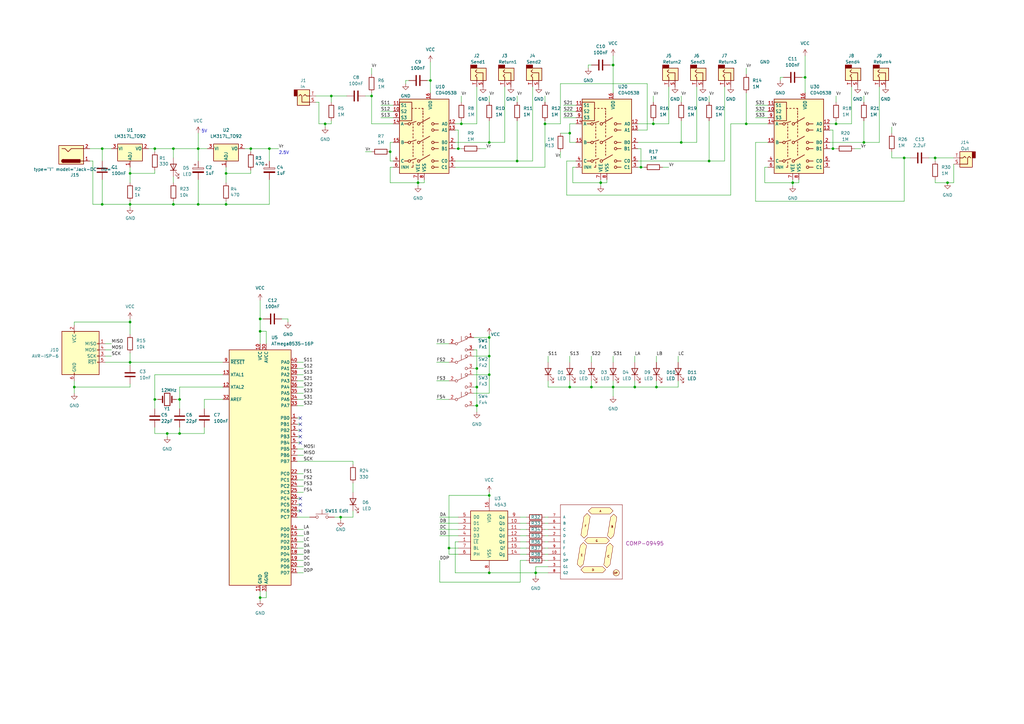
<source format=kicad_sch>
(kicad_sch (version 20211123) (generator eeschema)
  (paper "A3")
  (title_block (title "Pedal Fx Composer") (date "2022-11-01") (rev "1") (company "BDM"))
  (junction (at 71.12 60.96))
  (junction (at 139.7 212.09))
  (junction (at 325.12 74.93))
  (junction (at 233.68 54.61))
  (junction (at 223.52 50.8))
  (junction (at 63.5 163.83))
  (junction (at 73.66 177.8))
  (junction (at 135.89 39.37))
  (junction (at 92.71 83.82))
  (junction (at 53.34 132.08))
  (junction (at 342.9 50.8))
  (junction (at 53.34 71.12))
  (junction (at 184.15 224.79))
  (junction (at 63.5 60.96))
  (junction (at 189.23 50.8))
  (junction (at 92.71 71.12))
  (junction (at 269.24 158.75))
  (junction (at 195.58 166.37))
  (junction (at 260.35 158.75))
  (junction (at 242.57 158.75))
  (junction (at 200.66 146.05))
  (junction (at 200.66 138.43))
  (junction (at 306.07 50.8))
  (junction (at 388.62 74.93))
  (junction (at 110.49 60.96))
  (junction (at 73.66 163.83))
  (junction (at 267.97 50.8))
  (junction (at 330.2 31.75))
  (junction (at 251.46 26.67))
  (junction (at 106.68 135.89))
  (junction (at 176.53 33.02))
  (junction (at 341.63 60.96))
  (junction (at 41.91 60.96))
  (junction (at 195.58 151.13))
  (junction (at 106.68 245.11))
  (junction (at 68.58 177.8))
  (junction (at 354.33 58.42))
  (junction (at 187.96 60.96))
  (junction (at 81.28 60.96))
  (junction (at 41.91 83.82))
  (junction (at 71.12 83.82))
  (junction (at 200.66 153.67))
  (junction (at 106.68 130.81))
  (junction (at 370.84 64.77))
  (junction (at 251.46 158.75))
  (junction (at 152.4 39.37))
  (junction (at 200.66 58.42))
  (junction (at 219.71 234.95))
  (junction (at 383.54 64.77))
  (junction (at 30.48 158.75))
  (junction (at 246.38 74.93))
  (junction (at 200.66 203.2))
  (junction (at 212.09 66.04))
  (junction (at 53.34 148.59))
  (junction (at 171.45 74.93))
  (junction (at 102.87 60.96))
  (junction (at 233.68 158.75))
  (junction (at 279.4 58.42))
  (junction (at 195.58 158.75))
  (junction (at 290.83 66.04))
  (junction (at 133.35 50.8))
  (junction (at 53.34 83.82))
  (junction (at 81.28 83.82))
  (junction (at 160.02 62.23))
  (junction (at 200.66 234.95))
  (junction (at 262.89 68.58))
  (no_connect (at 123.19 173.99))
  (no_connect (at 123.19 181.61))
  (no_connect (at 123.19 204.47))
  (no_connect (at 123.19 176.53))
  (no_connect (at 123.19 209.55))
  (no_connect (at 123.19 207.01))
  (no_connect (at 123.19 179.07))
  (no_connect (at 123.19 171.45))
  (wire (pts (xy 109.22 140.97) (xy 109.22 135.89)))
  (wire (pts (xy 180.34 238.76) (xy 213.36 238.76)))
  (wire (pts (xy 267.97 50.8) (xy 267.97 49.53)))
  (wire (pts (xy 213.36 229.87) (xy 215.9 229.87)))
  (wire (pts (xy 179.07 156.21) (xy 184.15 156.21)))
  (wire (pts (xy 121.92 151.13) (xy 124.46 151.13)))
  (wire (pts (xy 360.68 58.42) (xy 354.33 58.42)))
  (wire (pts (xy 100.33 60.96) (xy 102.87 60.96)))
  (wire (pts (xy 121.92 156.21) (xy 124.46 156.21)))
  (wire (pts (xy 242.57 156.21) (xy 242.57 158.75)))
  (wire (pts (xy 309.88 58.42) (xy 309.88 82.55)))
  (wire (pts (xy 92.71 71.12) (xy 92.71 68.58)))
  (wire (pts (xy 313.69 68.58) (xy 313.69 74.93)))
  (wire (pts (xy 121.92 222.25) (xy 124.46 222.25)))
  (wire (pts (xy 187.96 222.25) (xy 186.69 222.25)))
  (wire (pts (xy 102.87 60.96) (xy 102.87 62.23)))
  (wire (pts (xy 200.66 201.93) (xy 200.66 203.2)))
  (wire (pts (xy 63.5 153.67) (xy 91.44 153.67)))
  (wire (pts (xy 41.91 60.96) (xy 41.91 66.04)))
  (wire (pts (xy 72.39 163.83) (xy 73.66 163.83)))
  (wire (pts (xy 184.15 224.79) (xy 184.15 203.2)))
  (wire (pts (xy 328.93 31.75) (xy 330.2 31.75)))
  (wire (pts (xy 242.57 26.67) (xy 241.3 26.67)))
  (wire (pts (xy 173.99 74.93) (xy 173.99 73.66)))
  (wire (pts (xy 53.34 71.12) (xy 53.34 74.93)))
  (wire (pts (xy 232.41 80.01) (xy 299.72 80.01)))
  (wire (pts (xy 306.07 27.94) (xy 306.07 30.48)))
  (wire (pts (xy 261.62 58.42) (xy 279.4 58.42)))
  (wire (pts (xy 53.34 158.75) (xy 30.48 158.75)))
  (wire (pts (xy 187.96 227.33) (xy 184.15 227.33)))
  (wire (pts (xy 200.66 203.2) (xy 200.66 204.47)))
  (wire (pts (xy 309.88 43.18) (xy 314.96 43.18)))
  (wire (pts (xy 68.58 177.8) (xy 73.66 177.8)))
  (wire (pts (xy 213.36 217.17) (xy 215.9 217.17)))
  (wire (pts (xy 123.19 176.53) (xy 121.92 176.53)))
  (wire (pts (xy 130.81 41.91) (xy 130.81 50.8)))
  (wire (pts (xy 186.69 53.34) (xy 187.96 53.34)))
  (wire (pts (xy 194.31 151.13) (xy 195.58 151.13)))
  (wire (pts (xy 41.91 83.82) (xy 53.34 83.82)))
  (wire (pts (xy 250.19 26.67) (xy 251.46 26.67)))
  (wire (pts (xy 233.68 156.21) (xy 233.68 158.75)))
  (wire (pts (xy 213.36 222.25) (xy 215.9 222.25)))
  (wire (pts (xy 123.19 181.61) (xy 121.92 181.61)))
  (wire (pts (xy 171.45 73.66) (xy 171.45 74.93)))
  (wire (pts (xy 213.36 214.63) (xy 215.9 214.63)))
  (wire (pts (xy 340.36 60.96) (xy 341.63 60.96)))
  (wire (pts (xy 121.92 189.23) (xy 144.78 189.23)))
  (wire (pts (xy 121.92 232.41) (xy 124.46 232.41)))
  (wire (pts (xy 233.68 146.05) (xy 233.68 148.59)))
  (wire (pts (xy 135.89 50.8) (xy 135.89 49.53)))
  (wire (pts (xy 83.82 177.8) (xy 73.66 177.8)))
  (wire (pts (xy 121.92 196.85) (xy 124.46 196.85)))
  (wire (pts (xy 342.9 39.37) (xy 342.9 41.91)))
  (wire (pts (xy 156.21 45.72) (xy 161.29 45.72)))
  (wire (pts (xy 223.52 214.63) (xy 224.79 214.63)))
  (wire (pts (xy 200.66 39.37) (xy 200.66 41.91)))
  (wire (pts (xy 233.68 54.61) (xy 233.68 58.42)))
  (wire (pts (xy 161.29 68.58) (xy 160.02 68.58)))
  (wire (pts (xy 223.52 212.09) (xy 224.79 212.09)))
  (wire (pts (xy 81.28 60.96) (xy 85.09 60.96)))
  (wire (pts (xy 176.53 33.02) (xy 176.53 38.1)))
  (wire (pts (xy 195.58 151.13) (xy 195.58 143.51)))
  (wire (pts (xy 251.46 26.67) (xy 251.46 38.1)))
  (wire (pts (xy 388.62 74.93) (xy 391.16 74.93)))
  (wire (pts (xy 349.25 50.8) (xy 342.9 50.8)))
  (wire (pts (xy 200.66 146.05) (xy 200.66 153.67)))
  (wire (pts (xy 106.68 245.11) (xy 109.22 245.11)))
  (wire (pts (xy 43.18 143.51) (xy 45.72 143.51)))
  (wire (pts (xy 200.66 138.43) (xy 200.66 146.05)))
  (wire (pts (xy 262.89 60.96) (xy 262.89 68.58)))
  (wire (pts (xy 186.69 68.58) (xy 223.52 68.58)))
  (wire (pts (xy 137.16 212.09) (xy 139.7 212.09)))
  (wire (pts (xy 73.66 158.75) (xy 73.66 163.83)))
  (wire (pts (xy 278.13 146.05) (xy 278.13 148.59)))
  (wire (pts (xy 309.88 58.42) (xy 314.96 58.42)))
  (wire (pts (xy 233.68 50.8) (xy 233.68 54.61)))
  (wire (pts (xy 314.96 50.8) (xy 306.07 50.8)))
  (wire (pts (xy 92.71 83.82) (xy 92.71 82.55)))
  (wire (pts (xy 83.82 163.83) (xy 83.82 167.64)))
  (wire (pts (xy 109.22 135.89) (xy 106.68 135.89)))
  (wire (pts (xy 123.19 204.47) (xy 121.92 204.47)))
  (wire (pts (xy 43.18 148.59) (xy 53.34 148.59)))
  (wire (pts (xy 242.57 158.75) (xy 251.46 158.75)))
  (wire (pts (xy 271.78 68.58) (xy 274.32 68.58)))
  (wire (pts (xy 223.52 224.79) (xy 224.79 224.79)))
  (wire (pts (xy 381 64.77) (xy 383.54 64.77)))
  (wire (pts (xy 279.4 49.53) (xy 279.4 58.42)))
  (wire (pts (xy 370.84 82.55) (xy 370.84 64.77)))
  (wire (pts (xy 187.96 53.34) (xy 187.96 60.96)))
  (wire (pts (xy 160.02 62.23) (xy 160.02 66.04)))
  (wire (pts (xy 106.68 242.57) (xy 106.68 245.11)))
  (wire (pts (xy 261.62 50.8) (xy 267.97 50.8)))
  (wire (pts (xy 251.46 156.21) (xy 251.46 158.75)))
  (wire (pts (xy 207.01 58.42) (xy 200.66 58.42)))
  (wire (pts (xy 290.83 49.53) (xy 290.83 66.04)))
  (wire (pts (xy 176.53 25.4) (xy 176.53 33.02)))
  (wire (pts (xy 251.46 158.75) (xy 260.35 158.75)))
  (wire (pts (xy 290.83 66.04) (xy 261.62 66.04)))
  (wire (pts (xy 184.15 227.33) (xy 184.15 224.79)))
  (wire (pts (xy 30.48 156.21) (xy 30.48 158.75)))
  (wire (pts (xy 229.87 54.61) (xy 233.68 54.61)))
  (wire (pts (xy 223.52 49.53) (xy 223.52 50.8)))
  (wire (pts (xy 207.01 35.56) (xy 207.01 58.42)))
  (wire (pts (xy 71.12 60.96) (xy 63.5 60.96)))
  (wire (pts (xy 195.58 158.75) (xy 195.58 166.37)))
  (wire (pts (xy 187.96 60.96) (xy 189.23 60.96)))
  (wire (pts (xy 166.37 33.02) (xy 166.37 34.29)))
  (wire (pts (xy 121.92 234.95) (xy 124.46 234.95)))
  (wire (pts (xy 279.4 39.37) (xy 279.4 41.91)))
  (wire (pts (xy 383.54 64.77) (xy 391.16 64.77)))
  (wire (pts (xy 81.28 83.82) (xy 92.71 83.82)))
  (wire (pts (xy 179.07 140.97) (xy 184.15 140.97)))
  (wire (pts (xy 309.88 82.55) (xy 370.84 82.55)))
  (wire (pts (xy 194.31 161.29) (xy 200.66 161.29)))
  (wire (pts (xy 285.75 58.42) (xy 285.75 35.56)))
  (wire (pts (xy 212.09 49.53) (xy 212.09 66.04)))
  (wire (pts (xy 102.87 71.12) (xy 102.87 69.85)))
  (wire (pts (xy 149.86 39.37) (xy 152.4 39.37)))
  (wire (pts (xy 383.54 64.77) (xy 383.54 66.04)))
  (wire (pts (xy 233.68 58.42) (xy 236.22 58.42)))
  (wire (pts (xy 180.34 212.09) (xy 187.96 212.09)))
  (wire (pts (xy 350.52 60.96) (xy 353.06 60.96)))
  (wire (pts (xy 274.32 35.56) (xy 274.32 50.8)))
  (wire (pts (xy 274.32 50.8) (xy 267.97 50.8)))
  (wire (pts (xy 195.58 166.37) (xy 195.58 168.91)))
  (wire (pts (xy 63.5 60.96) (xy 63.5 62.23)))
  (wire (pts (xy 179.07 148.59) (xy 184.15 148.59)))
  (wire (pts (xy 269.24 146.05) (xy 269.24 148.59)))
  (wire (pts (xy 236.22 68.58) (xy 234.95 68.58)))
  (wire (pts (xy 212.09 66.04) (xy 218.44 66.04)))
  (wire (pts (xy 186.69 66.04) (xy 212.09 66.04)))
  (wire (pts (xy 135.89 39.37) (xy 142.24 39.37)))
  (wire (pts (xy 133.35 50.8) (xy 135.89 50.8)))
  (wire (pts (xy 53.34 144.78) (xy 53.34 148.59)))
  (wire (pts (xy 200.66 153.67) (xy 200.66 161.29)))
  (wire (pts (xy 219.71 232.41) (xy 219.71 234.95)))
  (wire (pts (xy 106.68 135.89) (xy 106.68 140.97)))
  (wire (pts (xy 194.31 146.05) (xy 200.66 146.05)))
  (wire (pts (xy 123.19 207.01) (xy 121.92 207.01)))
  (wire (pts (xy 110.49 60.96) (xy 102.87 60.96)))
  (wire (pts (xy 53.34 148.59) (xy 91.44 148.59)))
  (wire (pts (xy 383.54 73.66) (xy 383.54 74.93)))
  (wire (pts (xy 325.12 73.66) (xy 325.12 74.93)))
  (wire (pts (xy 121.92 163.83) (xy 124.46 163.83)))
  (wire (pts (xy 330.2 22.86) (xy 330.2 31.75)))
  (wire (pts (xy 186.69 60.96) (xy 187.96 60.96)))
  (wire (pts (xy 251.46 22.86) (xy 251.46 26.67)))
  (wire (pts (xy 360.68 35.56) (xy 360.68 58.42)))
  (wire (pts (xy 121.92 224.79) (xy 124.46 224.79)))
  (wire (pts (xy 184.15 203.2) (xy 200.66 203.2)))
  (wire (pts (xy 63.5 167.64) (xy 63.5 163.83)))
  (wire (pts (xy 63.5 177.8) (xy 63.5 175.26)))
  (wire (pts (xy 180.34 219.71) (xy 187.96 219.71)))
  (wire (pts (xy 194.31 158.75) (xy 195.58 158.75)))
  (wire (pts (xy 152.4 50.8) (xy 152.4 39.37)))
  (wire (pts (xy 354.33 58.42) (xy 340.36 58.42)))
  (wire (pts (xy 260.35 146.05) (xy 260.35 148.59)))
  (wire (pts (xy 110.49 73.66) (xy 110.49 83.82)))
  (wire (pts (xy 171.45 74.93) (xy 171.45 76.2)))
  (wire (pts (xy 248.92 74.93) (xy 248.92 73.66)))
  (wire (pts (xy 53.34 71.12) (xy 53.34 68.58)))
  (wire (pts (xy 41.91 73.66) (xy 41.91 83.82)))
  (wire (pts (xy 365.76 62.23) (xy 365.76 64.77)))
  (wire (pts (xy 242.57 146.05) (xy 242.57 148.59)))
  (wire (pts (xy 92.71 71.12) (xy 92.71 74.93)))
  (wire (pts (xy 106.68 130.81) (xy 106.68 135.89)))
  (wire (pts (xy 110.49 60.96) (xy 114.3 60.96)))
  (wire (pts (xy 71.12 72.39) (xy 71.12 74.93)))
  (wire (pts (xy 171.45 74.93) (xy 173.99 74.93)))
  (wire (pts (xy 330.2 31.75) (xy 330.2 38.1)))
  (wire (pts (xy 195.58 158.75) (xy 195.58 151.13)))
  (wire (pts (xy 81.28 73.66) (xy 81.28 83.82)))
  (wire (pts (xy 196.85 60.96) (xy 199.39 60.96)))
  (wire (pts (xy 189.23 39.37) (xy 189.23 41.91)))
  (wire (pts (xy 231.14 45.72) (xy 236.22 45.72)))
  (wire (pts (xy 115.57 130.81) (xy 118.11 130.81)))
  (wire (pts (xy 106.68 245.11) (xy 106.68 246.38)))
  (wire (pts (xy 83.82 175.26) (xy 83.82 177.8)))
  (wire (pts (xy 189.23 49.53) (xy 189.23 50.8)))
  (wire (pts (xy 194.31 166.37) (xy 195.58 166.37)))
  (wire (pts (xy 73.66 163.83) (xy 73.66 167.64)))
  (wire (pts (xy 43.18 140.97) (xy 45.72 140.97)))
  (wire (pts (xy 38.1 66.04) (xy 38.1 83.82)))
  (wire (pts (xy 121.92 161.29) (xy 124.46 161.29)))
  (wire (pts (xy 262.89 68.58) (xy 264.16 68.58)))
  (wire (pts (xy 186.69 222.25) (xy 186.69 234.95)))
  (wire (pts (xy 219.71 234.95) (xy 224.79 234.95)))
  (wire (pts (xy 38.1 83.82) (xy 41.91 83.82)))
  (wire (pts (xy 260.35 158.75) (xy 269.24 158.75)))
  (wire (pts (xy 261.62 53.34) (xy 265.43 53.34)))
  (wire (pts (xy 53.34 83.82) (xy 53.34 85.09)))
  (wire (pts (xy 43.18 146.05) (xy 45.72 146.05)))
  (wire (pts (xy 160.02 74.93) (xy 171.45 74.93)))
  (wire (pts (xy 53.34 130.81) (xy 53.34 132.08)))
  (wire (pts (xy 309.88 48.26) (xy 314.96 48.26)))
  (wire (pts (xy 36.83 60.96) (xy 41.91 60.96)))
  (wire (pts (xy 152.4 38.1) (xy 152.4 39.37)))
  (wire (pts (xy 325.12 74.93) (xy 327.66 74.93)))
  (wire (pts (xy 81.28 66.04) (xy 81.28 60.96)))
  (wire (pts (xy 167.64 33.02) (xy 166.37 33.02)))
  (wire (pts (xy 175.26 33.02) (xy 176.53 33.02)))
  (wire (pts (xy 149.86 62.23) (xy 152.4 62.23)))
  (wire (pts (xy 219.71 234.95) (xy 219.71 236.22)))
  (wire (pts (xy 223.52 219.71) (xy 224.79 219.71)))
  (wire (pts (xy 180.34 229.87) (xy 180.34 238.76)))
  (wire (pts (xy 133.35 52.07) (xy 133.35 50.8)))
  (wire (pts (xy 63.5 71.12) (xy 53.34 71.12)))
  (wire (pts (xy 63.5 153.67) (xy 63.5 163.83)))
  (wire (pts (xy 218.44 66.04) (xy 218.44 35.56)))
  (wire (pts (xy 186.69 234.95) (xy 200.66 234.95)))
  (wire (pts (xy 130.81 41.91) (xy 129.54 41.91)))
  (wire (pts (xy 195.58 35.56) (xy 195.58 50.8)))
  (wire (pts (xy 30.48 132.08) (xy 53.34 132.08)))
  (wire (pts (xy 340.36 53.34) (xy 341.63 53.34)))
  (wire (pts (xy 224.79 158.75) (xy 233.68 158.75)))
  (wire (pts (xy 107.95 130.81) (xy 106.68 130.81)))
  (wire (pts (xy 135.89 39.37) (xy 135.89 41.91)))
  (wire (pts (xy 265.43 34.29) (xy 229.87 34.29)))
  (wire (pts (xy 269.24 156.21) (xy 269.24 158.75)))
  (wire (pts (xy 121.92 219.71) (xy 124.46 219.71)))
  (wire (pts (xy 200.66 234.95) (xy 219.71 234.95)))
  (wire (pts (xy 160.02 68.58) (xy 160.02 74.93)))
  (wire (pts (xy 234.95 68.58) (xy 234.95 74.93)))
  (wire (pts (xy 30.48 133.35) (xy 30.48 132.08)))
  (wire (pts (xy 313.69 74.93) (xy 325.12 74.93)))
  (wire (pts (xy 121.92 201.93) (xy 124.46 201.93)))
  (wire (pts (xy 234.95 74.93) (xy 246.38 74.93)))
  (wire (pts (xy 123.19 179.07) (xy 121.92 179.07)))
  (wire (pts (xy 121.92 217.17) (xy 124.46 217.17)))
  (wire (pts (xy 189.23 50.8) (xy 186.69 50.8)))
  (wire (pts (xy 71.12 83.82) (xy 53.34 83.82)))
  (wire (pts (xy 121.92 153.67) (xy 124.46 153.67)))
  (wire (pts (xy 71.12 82.55) (xy 71.12 83.82)))
  (wire (pts (xy 354.33 39.37) (xy 354.33 41.91)))
  (wire (pts (xy 53.34 132.08) (xy 53.34 137.16)))
  (wire (pts (xy 36.83 66.04) (xy 38.1 66.04)))
  (wire (pts (xy 223.52 222.25) (xy 224.79 222.25)))
  (wire (pts (xy 121.92 199.39) (xy 124.46 199.39)))
  (wire (pts (xy 391.16 74.93) (xy 391.16 67.31)))
  (wire (pts (xy 144.78 189.23) (xy 144.78 190.5)))
  (wire (pts (xy 195.58 50.8) (xy 189.23 50.8)))
  (wire (pts (xy 251.46 158.75) (xy 251.46 162.56)))
  (wire (pts (xy 121.92 186.69) (xy 124.46 186.69)))
  (wire (pts (xy 262.89 68.58) (xy 261.62 68.58)))
  (wire (pts (xy 246.38 73.66) (xy 246.38 74.93)))
  (wire (pts (xy 314.96 68.58) (xy 313.69 68.58)))
  (wire (pts (xy 223.52 229.87) (xy 224.79 229.87)))
  (wire (pts (xy 223.52 227.33) (xy 224.79 227.33)))
  (wire (pts (xy 261.62 60.96) (xy 262.89 60.96)))
  (wire (pts (xy 41.91 60.96) (xy 45.72 60.96)))
  (wire (pts (xy 200.66 58.42) (xy 186.69 58.42)))
  (wire (pts (xy 121.92 148.59) (xy 124.46 148.59)))
  (wire (pts (xy 53.34 83.82) (xy 53.34 82.55)))
  (wire (pts (xy 161.29 58.42) (xy 160.02 58.42)))
  (wire (pts (xy 354.33 49.53) (xy 354.33 58.42)))
  (wire (pts (xy 213.36 238.76) (xy 213.36 229.87)))
  (wire (pts (xy 267.97 39.37) (xy 267.97 41.91)))
  (wire (pts (xy 123.19 173.99) (xy 121.92 173.99)))
  (wire (pts (xy 184.15 224.79) (xy 187.96 224.79)))
  (wire (pts (xy 231.14 48.26) (xy 236.22 48.26)))
  (wire (pts (xy 121.92 212.09) (xy 127 212.09)))
  (wire (pts (xy 231.14 43.18) (xy 236.22 43.18)))
  (wire (pts (xy 110.49 83.82) (xy 92.71 83.82)))
  (wire (pts (xy 161.29 50.8) (xy 152.4 50.8)))
  (wire (pts (xy 121.92 194.31) (xy 124.46 194.31)))
  (wire (pts (xy 121.92 184.15) (xy 124.46 184.15)))
  (wire (pts (xy 123.19 209.55) (xy 121.92 209.55)))
  (wire (pts (xy 81.28 83.82) (xy 71.12 83.82)))
  (wire (pts (xy 320.04 31.75) (xy 321.31 31.75)))
  (wire (pts (xy 156.21 43.18) (xy 161.29 43.18)))
  (wire (pts (xy 327.66 74.93) (xy 327.66 73.66)))
  (wire (pts (xy 299.72 50.8) (xy 306.07 50.8)))
  (wire (pts (xy 233.68 158.75) (xy 242.57 158.75)))
  (wire (pts (xy 194.31 153.67) (xy 200.66 153.67)))
  (wire (pts (xy 200.66 49.53) (xy 200.66 58.42)))
  (wire (pts (xy 213.36 227.33) (xy 215.9 227.33)))
  (wire (pts (xy 309.88 45.72) (xy 314.96 45.72)))
  (wire (pts (xy 83.82 163.83) (xy 91.44 163.83)))
  (wire (pts (xy 63.5 163.83) (xy 64.77 163.83)))
  (wire (pts (xy 213.36 212.09) (xy 215.9 212.09)))
  (wire (pts (xy 53.34 157.48) (xy 53.34 158.75)))
  (wire (pts (xy 121.92 229.87) (xy 124.46 229.87)))
  (wire (pts (xy 63.5 177.8) (xy 68.58 177.8)))
  (wire (pts (xy 81.28 54.61) (xy 81.28 60.96)))
  (wire (pts (xy 341.63 60.96) (xy 342.9 60.96)))
  (wire (pts (xy 180.34 214.63) (xy 187.96 214.63)))
  (wire (pts (xy 265.43 53.34) (xy 265.43 34.29)))
  (wire (pts (xy 349.25 35.56) (xy 349.25 50.8)))
  (wire (pts (xy 109.22 242.57) (xy 109.22 245.11)))
  (wire (pts (xy 212.09 39.37) (xy 212.09 41.91)))
  (wire (pts (xy 383.54 74.93) (xy 388.62 74.93)))
  (wire (pts (xy 325.12 74.93) (xy 325.12 76.2)))
  (wire (pts (xy 297.18 66.04) (xy 290.83 66.04)))
  (wire (pts (xy 365.76 64.77) (xy 370.84 64.77)))
  (wire (pts (xy 121.92 227.33) (xy 124.46 227.33)))
  (wire (pts (xy 160.02 66.04) (xy 161.29 66.04)))
  (wire (pts (xy 241.3 26.67) (xy 241.3 27.94)))
  (wire (pts (xy 342.9 49.53) (xy 342.9 50.8)))
  (wire (pts (xy 53.34 148.59) (xy 53.34 149.86)))
  (wire (pts (xy 194.31 143.51) (xy 195.58 143.51)))
  (wire (pts (xy 246.38 74.93) (xy 248.92 74.93)))
  (wire (pts (xy 236.22 66.04) (xy 232.41 66.04)))
  (wire (pts (xy 129.54 39.37) (xy 135.89 39.37)))
  (wire (pts (xy 194.31 138.43) (xy 200.66 138.43)))
  (wire (pts (xy 224.79 146.05) (xy 224.79 148.59)))
  (wire (pts (xy 279.4 58.42) (xy 285.75 58.42)))
  (wire (pts (xy 223.52 39.37) (xy 223.52 41.91)))
  (wire (pts (xy 213.36 219.71) (xy 215.9 219.71)))
  (wire (pts (xy 81.28 60.96) (xy 71.12 60.96)))
  (wire (pts (xy 139.7 212.09) (xy 139.7 213.36)))
  (wire (pts (xy 60.96 60.96) (xy 63.5 60.96)))
  (wire (pts (xy 365.76 52.07) (xy 365.76 54.61)))
  (wire (pts (xy 160.02 58.42) (xy 160.02 62.23)))
  (wire (pts (xy 342.9 50.8) (xy 340.36 50.8)))
  (wire (pts (xy 106.68 123.19) (xy 106.68 130.81)))
  (wire (pts (xy 229.87 64.77) (xy 229.87 62.23)))
  (wire (pts (xy 251.46 146.05) (xy 251.46 148.59)))
  (wire (pts (xy 278.13 156.21) (xy 278.13 158.75)))
  (wire (pts (xy 121.92 158.75) (xy 124.46 158.75)))
  (wire (pts (xy 144.78 209.55) (xy 144.78 212.09)))
  (wire (pts (xy 152.4 27.94) (xy 152.4 30.48)))
  (wire (pts (xy 73.66 158.75) (xy 91.44 158.75)))
  (wire (pts (xy 121.92 166.37) (xy 124.46 166.37)))
  (wire (pts (xy 63.5 71.12) (xy 63.5 69.85)))
  (wire (pts (xy 278.13 158.75) (xy 269.24 158.75)))
  (wire (pts (xy 213.36 224.79) (xy 215.9 224.79)))
  (wire (pts (xy 246.38 74.93) (xy 246.38 76.2)))
  (wire (pts (xy 123.19 171.45) (xy 121.92 171.45)))
  (wire (pts (xy 229.87 34.29) (xy 229.87 50.8)))
  (wire (pts (xy 144.78 212.09) (xy 139.7 212.09)))
  (wire (pts (xy 144.78 198.12) (xy 144.78 201.93)))
  (wire (pts (xy 223.52 217.17) (xy 224.79 217.17)))
  (wire (pts (xy 341.63 53.34) (xy 341.63 60.96)))
  (wire (pts (xy 224.79 156.21) (xy 224.79 158.75)))
  (wire (pts (xy 290.83 39.37) (xy 290.83 41.91)))
  (wire (pts (xy 232.41 66.04) (xy 232.41 80.01)))
  (wire (pts (xy 200.66 137.16) (xy 200.66 138.43)))
  (wire (pts (xy 118.11 130.81) (xy 118.11 132.08)))
  (wire (pts (xy 179.07 163.83) (xy 184.15 163.83)))
  (wire (pts (xy 110.49 66.04) (xy 110.49 60.96)))
  (wire (pts (xy 370.84 64.77) (xy 373.38 64.77)))
  (wire (pts (xy 299.72 80.01) (xy 299.72 50.8)))
  (wire (pts (xy 156.21 48.26) (xy 161.29 48.26)))
  (wire (pts (xy 71.12 60.96) (xy 71.12 64.77)))
  (wire (pts (xy 73.66 177.8) (xy 73.66 175.26)))
  (wire (pts (xy 236.22 50.8) (xy 233.68 50.8)))
  (wire (pts (xy 260.35 156.21) (xy 260.35 158.75)))
  (wire (pts (xy 180.34 217.17) (xy 187.96 217.17)))
  (wire (pts (xy 223.52 50.8) (xy 223.52 68.58)))
  (wire (pts (xy 229.87 50.8) (xy 223.52 50.8)))
  (wire (pts (xy 30.48 158.75) (xy 30.48 161.29)))
  (wire (pts (xy 297.18 35.56) (xy 297.18 66.04)))
  (wire (pts (xy 306.07 38.1) (xy 306.07 50.8)))
  (wire (pts (xy 68.58 179.07) (xy 68.58 177.8)))
  (wire (pts (xy 224.79 232.41) (xy 219.71 232.41)))
  (wire (pts (xy 102.87 71.12) (xy 92.71 71.12)))
  (wire (pts (xy 130.81 50.8) (xy 133.35 50.8)))
  (wire (pts (xy 320.04 33.02) (xy 320.04 31.75)))
  (text "5V" (at 82.55 54.61 0) (effects (font (size 1.27 1.27)) (justify left bottom)))
  (text "2.5V" (at 114.3 63.5 0) (effects (font (size 1.27 1.27)) (justify left bottom)))
  (label "SCK" (at 124.46 189.23 0))
  (label "LA" (at 124.46 217.17 0))
  (label "S21" (at 231.14 43.18 0))
  (label "DC" (at 124.46 229.87 0))
  (label "Vr" (at 114.3 60.96 0))
  (label "Vr" (at 189.23 39.37 0))
  (label "S13" (at 233.68 146.05 0))
  (label "Vr" (at 365.76 52.07 0))
  (label "FS3" (at 124.46 199.39 0))
  (label "S33" (at 309.88 48.26 0))
  (label "Vr" (at 149.86 62.23 0))
  (label "S31" (at 124.46 163.83 0))
  (label "S21" (at 124.46 156.21 0))
  (label "S22" (at 242.57 146.05 0))
  (label "Vr" (at 342.9 39.37 0))
  (label "S13" (at 124.46 153.67 0))
  (label "FS4" (at 124.46 201.93 0))
  (label "MOSI" (at 45.72 143.51 0))
  (label "S31" (at 309.88 43.18 0))
  (label "Vr" (at 223.52 39.37 0))
  (label "DDP" (at 180.34 229.87 0))
  (label "LB" (at 124.46 219.71 0))
  (label "Vr" (at 290.83 39.37 0))
  (label "FS4" (at 179.07 163.83 0))
  (label "S32" (at 124.46 166.37 0))
  (label "DA" (at 180.34 212.09 0))
  (label "S23" (at 231.14 48.26 0))
  (label "Vr" (at 229.87 64.77 180))
  (label "LC" (at 278.13 146.05 0))
  (label "Vr" (at 279.4 39.37 0))
  (label "FS2" (at 124.46 196.85 0))
  (label "Vr" (at 267.97 39.37 0))
  (label "DB" (at 124.46 227.33 0))
  (label "DB" (at 180.34 214.63 0))
  (label "S32" (at 309.88 45.72 0))
  (label "FS2" (at 179.07 148.59 0))
  (label "SCK" (at 45.72 146.05 0))
  (label "MOSI" (at 124.46 184.15 0))
  (label "S12" (at 124.46 151.13 0))
  (label "DA" (at 124.46 224.79 0))
  (label "Vr" (at 306.07 27.94 0))
  (label "Vr" (at 274.32 68.58 0))
  (label "FS1" (at 124.46 194.31 0))
  (label "LA" (at 260.35 146.05 0))
  (label "LB" (at 269.24 146.05 0))
  (label "Vr" (at 152.4 27.94 0))
  (label "S22" (at 231.14 45.72 0))
  (label "DC" (at 180.34 217.17 0))
  (label "MISO" (at 45.72 140.97 0))
  (label "DDP" (at 124.46 234.95 0))
  (label "S23" (at 124.46 161.29 0))
  (label "DD" (at 124.46 232.41 0))
  (label "Vr" (at 199.39 60.96 0))
  (label "S31" (at 251.46 146.05 0))
  (label "FS3" (at 179.07 156.21 0))
  (label "FS1" (at 179.07 140.97 0))
  (label "S11" (at 124.46 148.59 0))
  (label "Vr" (at 354.33 39.37 0))
  (label "S12" (at 156.21 45.72 0))
  (label "Vr" (at 353.06 60.96 0))
  (label "DD" (at 180.34 219.71 0))
  (label "S13" (at 156.21 48.26 0))
  (label "Vr" (at 200.66 39.37 0))
  (label "Vr" (at 212.09 39.37 0))
  (label "LC" (at 124.46 222.25 0))
  (label "S11" (at 156.21 43.18 0))
  (label "S22" (at 124.46 158.75 0))
  (label "S11" (at 224.79 146.05 0))
  (label "MISO" (at 124.46 186.69 0))
  (symbol (lib_id "power:VCC") (at 176.53 25.4 0) (unit 1)
    (property "Reference" "#PWR013" (effects hide))
    (property "Value" "VCC" (at 176.53 20.32 0))
  )
  (symbol (lib_id "Device:LED") (at 233.68 152.4 90) (unit 1)
    (property "Reference" "D2" (at 237.49 152.7174 90) (effects (justify right)))
    (property "Value" "LED" (at 237.49 155.2574 90) (effects (justify right)))
    (property "Footprint" "LED_THT:LED_D3.0mm" (effects hide))
  )
  (symbol (lib_id "Device:R") (at 193.04 60.96 90) (unit 1)
    (property "Reference" "R9" (at 193.04 54.61 90))
    (property "Value" "1M" (at 193.04 57.15 90))
    (property "Footprint" "Resistor_THT:R_Axial_DIN0207_L6.3mm_D2.5mm_P7.62mm_Horizontal" (effects hide))
  )
  (symbol (lib_id "power:GND") (at 106.68 246.38 0) (unit 1)
    (property "Reference" "#PWR06" (effects hide))
    (property "Value" "GND" (at 106.68 251.46 0))
  )
  (symbol (lib_id "power:GND") (at 246.38 76.2 0) (unit 1)
    (property "Reference" "#PWR017" (effects hide))
    (property "Value" "GND" (at 313.69 25.4 0))
  )
  (symbol (lib_id "Device:R") (at 267.97 45.72 0) (unit 1)
    (property "Reference" "R16" (at 270.51 44.4499 0) (effects (justify left)))
    (property "Value" "1M" (at 270.51 46.9899 0) (effects (justify left)))
    (property "Footprint" "Resistor_THT:R_Axial_DIN0207_L6.3mm_D2.5mm_P7.62mm_Horizontal" (effects hide))
  )
  (symbol (lib_id "power:GND") (at 209.55 35.56 0) (unit 1)
    (property "Reference" "#PWR015" (effects hide))
    (property "Value" "GND" (at 209.55 40.64 0))
  )
  (symbol (lib_id "Device:R") (at 144.78 194.31 0) (unit 1)
    (property "Reference" "R24" (at 147.32 193.0399 0) (effects (justify left)))
    (property "Value" "330" (at 147.32 195.5799 0) (effects (justify left)))
  )
  (symbol (lib_id "Device:R") (at 219.71 224.79 90) (unit 1)
    (property "Reference" "R37" (at 219.71 224.79 90))
    (property "Value" "470" (effects hide))
  )
  (symbol (lib_id "Connector:Jack-DC") (at 29.21 63.5 0) (mirror x) (unit 1)
    (property "Reference" "J15" (at 30.6578 71.755 0))
    (property "Value" "Jack-DC" (at 30.6578 69.4436 0))
    (property "Footprint" "Connector_BarrelJack:BarrelJack_Horizontal" (effects hide))
    (property "Manufacturer" "JLC" (effects hide))
    (property "Spice_Primitive" "I" (effects hide))
    (property "Spice_Netlist_Enabled" "Y" (effects hide))
  )
  (symbol (lib_id "Device:LED") (at 269.24 152.4 90) (unit 1)
    (property "Reference" "D10" (at 273.2294 152.7174 90) (effects (justify right)))
    (property "Value" "LED" (at 273.2294 155.2574 90) (effects (justify right)))
  )
  (symbol (lib_id "Device:R") (at 354.33 45.72 0) (unit 1)
    (property "Reference" "R21" (at 356.87 44.4499 0) (effects (justify left)))
    (property "Value" "1M" (at 356.87 46.9899 0) (effects (justify left)))
    (property "Footprint" "Resistor_THT:R_Axial_DIN0207_L6.3mm_D2.5mm_P7.62mm_Horizontal" (effects hide))
  )
  (symbol (lib_id "power:GND") (at 139.7 213.36 0) (unit 1)
    (property "Reference" "#PWR035" (effects hide))
    (property "Value" "GND" (at 139.7 217.17 0))
  )
  (symbol (lib_id "Device:Crystal") (at 68.58 163.83 0) (unit 1)
    (property "Reference" "Y1" (at 67.31 167.64 0) (effects (justify left)))
    (property "Value" "12MHz" (at 66.04 160.02 0) (effects (justify left)))
    (property "Footprint" "Crystal:Crystal_HC49-U_Vertical" (effects hide))
  )
  (symbol (lib_id "SparkFun-LED:7-SEGMENT-1DIGIT-1INCH-BLUE") (at 245.11 222.25 0) (unit 1)
    (property "Reference" "M1" (effects hide))
    (property "Value" "7-SEGMENT-1DIGIT-1INCH-BLUE" (effects hide))
    (property "Footprint" "Display_7Segment:7SegmentLED_LTS6760_LTS6780" (effects hide))
    (property "Field4" "COMP-09495" (at 256.54 222.885 0) (effects (font (size 1.524 1.524)) (justify left)))
  )
  (symbol (lib_id "power:GND") (at 219.71 236.22 0) (unit 1)
    (property "Reference" "#PWR034" (effects hide))
    (property "Value" "GND" (at 219.71 241.3 0))
  )
  (symbol (lib_id "Device:C") (at 63.5 171.45 0) (unit 1)
    (property "Reference" "C5" (at 66.04 170.18 0) (effects (justify left)))
    (property "Value" "22pF" (at 66.04 172.72 0) (effects (justify left)))
    (property "Footprint" "Capacitor_THT:C_Disc_D5.0mm_W2.5mm_P5.00mm" (effects hide))
  )
  (symbol (lib_id "Device:R") (at 267.97 68.58 90) (unit 1)
    (property "Reference" "R17" (at 267.97 62.23 90))
    (property "Value" "1M" (at 267.97 64.77 90))
    (property "Footprint" "Resistor_THT:R_Axial_DIN0207_L6.3mm_D2.5mm_P7.62mm_Horizontal" (effects hide))
  )
  (symbol (lib_id "Device:R") (at 53.34 140.97 0) (unit 1)
    (property "Reference" "R15" (at 55.88 139.6999 0) (effects (justify left)))
    (property "Value" "10k" (at 55.88 142.2399 0) (effects (justify left)))
  )
  (symbol (lib_id "Connector:AudioJack2") (at 274.32 30.48 270) (unit 1)
    (property "Reference" "J5" (at 273.05 22.86 90) (effects (justify left)))
    (property "Value" "Return2" (at 271.78 25.4 90) (effects (justify left)))
    (property "Footprint" "BDMLibrary:Mono Female Socket Connector" (effects hide))
  )
  (symbol (lib_id "power:GND") (at 133.35 52.07 0) (unit 1)
    (property "Reference" "#PWR08" (effects hide))
    (property "Value" "GND" (at 133.35 57.15 0))
  )
  (symbol (lib_id "darkglass-microtubes-b3k-rescue:CP-Device") (at 110.49 69.85 0) (unit 1)
    (property "Reference" "C4" (at 113.4872 68.6816 0) (effects (justify left)))
    (property "Value" "1uF" (at 113.4872 70.993 0) (effects (justify left)))
    (property "Footprint" "Capacitor_THT:C_Radial_D6.3mm_H11.0mm_P2.50mm" (effects hide))
    (property "Manufacturer" "JLC" (effects hide))
  )
  (symbol (lib_id "darkglass-microtubes-b3k-rescue:CP-Device") (at 81.28 69.85 0) (unit 1)
    (property "Reference" "C2" (at 84.2772 68.6816 0) (effects (justify left)))
    (property "Value" "1uF" (at 84.2772 70.993 0) (effects (justify left)))
    (property "Footprint" "Capacitor_THT:C_Radial_D6.3mm_H11.0mm_P2.50mm" (effects hide))
    (property "Manufacturer" "JLC" (effects hide))
  )
  (symbol (lib_id "Device:C") (at 146.05 39.37 90) (unit 1)
    (property "Reference" "C8" (at 146.05 31.75 90))
    (property "Value" "100nF" (at 146.05 34.29 90))
    (property "Footprint" "Capacitor_THT:C_Rect_L7.2mm_W3.0mm_P5.00mm_FKS2_FKP2_MKS2_MKP2" (effects hide))
  )
  (symbol (lib_id "Connector:AudioJack2") (at 207.01 30.48 270) (unit 1)
    (property "Reference" "J3" (at 205.74 22.86 90) (effects (justify left)))
    (property "Value" "Return1" (at 204.47 25.4 90) (effects (justify left)))
    (property "Footprint" "BDMLibrary:Mono Female Socket Connector" (effects hide))
  )
  (symbol (lib_id "Device:R") (at 306.07 34.29 0) (unit 1)
    (property "Reference" "R14" (at 308.61 33.0199 0) (effects (justify left)))
    (property "Value" "1M" (at 308.61 35.5599 0) (effects (justify left)))
    (property "Footprint" "Resistor_THT:R_Axial_DIN0207_L6.3mm_D2.5mm_P7.62mm_Horizontal" (effects hide))
  )
  (symbol (lib_id "power:GND") (at 299.72 35.56 0) (unit 1)
    (property "Reference" "#PWR025" (effects hide))
    (property "Value" "GND" (at 299.72 40.64 0))
  )
  (symbol (lib_id "Device:LED") (at 71.12 68.58 90) (unit 1)
    (property "Reference" "D5" (at 74.93 68.8974 90) (effects (justify right)))
    (property "Value" "LED" (at 74.93 71.4374 90) (effects (justify right)))
  )
  (symbol (lib_id "Device:R") (at 342.9 45.72 0) (unit 1)
    (property "Reference" "R18" (at 345.44 44.4499 0) (effects (justify left)))
    (property "Value" "1M" (at 345.44 46.9899 0) (effects (justify left)))
    (property "Footprint" "Resistor_THT:R_Axial_DIN0207_L6.3mm_D2.5mm_P7.62mm_Horizontal" (effects hide))
  )
  (symbol (lib_id "Device:LED") (at 224.79 152.4 90) (unit 1)
    (property "Reference" "D1" (at 228.6 152.7174 90) (effects (justify right)))
    (property "Value" "LED" (at 228.6 155.2574 90) (effects (justify right)))
    (property "Footprint" "LED_THT:LED_D3.0mm" (effects hide))
  )
  (symbol (lib_id "Connector:AudioJack2") (at 285.75 30.48 270) (unit 1)
    (property "Reference" "J6" (at 284.48 22.86 90) (effects (justify left)))
    (property "Value" "Send3" (at 283.21 25.4 90) (effects (justify left)))
    (property "Footprint" "BDMLibrary:Mono Female Socket Connector" (effects hide))
  )
  (symbol (lib_id "power:GND") (at 30.48 161.29 0) (unit 1)
    (property "Reference" "#PWR05" (effects hide))
    (property "Value" "GND" (at 30.48 166.37 0))
  )
  (symbol (lib_id "Device:R") (at 71.12 78.74 0) (unit 1)
    (property "Reference" "R23" (at 73.66 77.4699 0) (effects (justify left)))
    (property "Value" "10k" (at 73.66 80.0099 0) (effects (justify left)))
  )
  (symbol (lib_id "Regulator_Linear:LM317L_TO92") (at 92.71 60.96 0) (unit 1)
    (property "Reference" "U2" (at 92.71 53.34 0))
    (property "Value" "LM317L_TO92" (at 92.71 55.88 0))
    (property "Footprint" "Package_TO_SOT_THT:TO-92_Inline" (effects hide))
    (property "Datasheet" "http://www.ti.com/lit/ds/snvs775k/snvs775k.pdf" (effects hide))
  )
  (symbol (lib_id "Device:R") (at 189.23 45.72 0) (unit 1)
    (property "Reference" "R8" (at 191.77 44.4499 0) (effects (justify left)))
    (property "Value" "1M" (at 191.77 46.9899 0) (effects (justify left)))
    (property "Footprint" "Resistor_THT:R_Axial_DIN0207_L6.3mm_D2.5mm_P7.62mm_Horizontal" (effects hide))
  )
  (symbol (lib_id "power:GND") (at 388.62 74.93 0) (unit 1)
    (property "Reference" "#PWR032" (effects hide))
    (property "Value" "GND" (at 388.62 80.01 0))
  )
  (symbol (lib_id "power:GND") (at 276.86 35.56 0) (unit 1)
    (property "Reference" "#PWR021" (effects hide))
    (property "Value" "GND" (at 276.86 40.64 0))
  )
  (symbol (lib_id "Device:C") (at 53.34 153.67 180) (unit 1)
    (property "Reference" "C3" (at 57.15 152.3999 0) (effects (justify right)))
    (property "Value" "10nF" (at 57.15 154.9399 0) (effects (justify right)))
    (property "Footprint" "Capacitor_THT:C_Rect_L7.2mm_W3.0mm_P5.00mm_FKS2_FKP2_MKS2_MKP2" (effects hide))
  )
  (symbol (lib_id "4xxx:4543") (at 200.66 219.71 0) (unit 1)
    (property "Reference" "U3" (at 202.6794 204.47 0) (effects (justify left)))
    (property "Value" "4543" (at 202.6794 207.01 0) (effects (justify left)))
    (property "Datasheet" "http://www.ti.com/lit/ds/symlink/cd4543b.pdf" (effects hide))
  )
  (symbol (lib_id "Device:R") (at 219.71 229.87 90) (unit 1)
    (property "Reference" "R39" (at 219.71 229.87 90))
    (property "Value" "470" (effects hide))
  )
  (symbol (lib_id "Device:LED") (at 260.35 152.4 90) (unit 1)
    (property "Reference" "D9" (at 264.16 152.7174 90) (effects (justify right)))
    (property "Value" "LED" (at 264.16 155.2574 90) (effects (justify right)))
  )
  (symbol (lib_id "Device:R") (at 102.87 66.04 0) (unit 1)
    (property "Reference" "R3" (at 104.648 64.8716 0) (effects (justify left)))
    (property "Value" "470" (at 104.648 67.183 0) (effects (justify left)))
    (property "Footprint" "Resistor_THT:R_Axial_DIN0207_L6.3mm_D2.5mm_P7.62mm_Horizontal" (effects hide))
    (property "Manufacturer" "JLC" (effects hide))
  )
  (symbol (lib_id "Connector:AudioJack2") (at 297.18 30.48 270) (unit 1)
    (property "Reference" "J7" (at 295.91 22.86 90) (effects (justify left)))
    (property "Value" "Return3" (at 294.64 25.4 90) (effects (justify left)))
    (property "Footprint" "BDMLibrary:Mono Female Socket Connector" (effects hide))
  )
  (symbol (lib_id "Connector:AudioJack2") (at 396.24 64.77 180) (unit 1)
    (property "Reference" "J14" (at 397.51 58.42 0) (effects (justify left)))
    (property "Value" "Out" (at 397.51 60.96 0) (effects (justify left)))
    (property "Footprint" "BDMLibrary:Mono Female Socket Connector" (effects hide))
  )
  (symbol (lib_id "Device:R") (at 223.52 45.72 0) (unit 1)
    (property "Reference" "R12" (at 226.06 44.4499 0) (effects (justify left)))
    (property "Value" "1M" (at 226.06 46.9899 0) (effects (justify left)))
    (property "Footprint" "Resistor_THT:R_Axial_DIN0207_L6.3mm_D2.5mm_P7.62mm_Horizontal" (effects hide))
  )
  (symbol (lib_id "Connector:AudioJack2") (at 349.25 30.48 270) (unit 1)
    (property "Reference" "J8" (at 347.98 22.86 90) (effects (justify left)))
    (property "Value" "Send4" (at 346.71 25.4 90) (effects (justify left)))
    (property "Footprint" "BDMLibrary:Mono Female Socket Connector" (effects hide))
  )
  (symbol (lib_id "power:VCC") (at 81.28 54.61 0) (unit 1)
    (property "Reference" "#PWR04" (effects hide))
    (property "Value" "VCC" (at 81.28 49.53 0))
  )
  (symbol (lib_id "power:GND") (at 363.22 35.56 0) (unit 1)
    (property "Reference" "#PWR024" (effects hide))
    (property "Value" "GND" (at 363.22 40.64 0))
  )
  (symbol (lib_id "Device:R") (at 219.71 212.09 90) (unit 1)
    (property "Reference" "R32" (at 219.71 212.09 90))
    (property "Value" "470" (effects hide))
  )
  (symbol (lib_id "power:GND") (at 325.12 76.2 0) (unit 1)
    (property "Reference" "#PWR019" (effects hide))
    (property "Value" "GND" (at 325.12 81.28 0))
  )
  (symbol (lib_id "Device:R") (at 219.71 217.17 90) (unit 1)
    (property "Reference" "R34" (at 219.71 217.17 90))
    (property "Value" "470" (effects hide))
  )
  (symbol (lib_id "Device:C") (at 83.82 171.45 0) (unit 1)
    (property "Reference" "C7" (at 87.63 170.1799 0) (effects (justify left)))
    (property "Value" "100nF" (at 87.63 172.7199 0) (effects (justify left)))
  )
  (symbol (lib_id "Device:C") (at 41.91 69.85 0) (unit 1)
    (property "Reference" "C1" (at 45.72 68.5799 0) (effects (justify left)))
    (property "Value" "100nF" (at 45.72 71.1199 0) (effects (justify left)))
  )
  (symbol (lib_id "Device:LED") (at 278.13 152.4 90) (unit 1)
    (property "Reference" "D11" (at 281.94 152.7174 90) (effects (justify right)))
    (property "Value" "LED" (at 281.94 155.2574 90) (effects (justify right)))
  )
  (symbol (lib_id "Device:LED") (at 251.46 152.4 90) (unit 1)
    (property "Reference" "D4" (at 255.27 152.7174 90) (effects (justify right)))
    (property "Value" "LED" (at 255.27 155.2574 90) (effects (justify right)))
    (property "Footprint" "LED_THT:LED_D3.0mm" (effects hide))
  )
  (symbol (lib_id "Analog_Switch:CD4053B") (at 327.66 55.88 0) (unit 1)
    (property "Reference" "U30" (at 332.2194 35.56 0) (effects (justify left)))
    (property "Value" "CD4053B" (at 332.2194 38.1 0) (effects (justify left)))
    (property "Footprint" "Package_DIP:DIP-16_W7.62mm_Socket" (effects hide))
    (property "Datasheet" "http://www.ti.com/lit/ds/symlink/cd4052b.pdf" (effects hide))
  )
  (symbol (lib_id "Analog_Switch:CD4053B") (at 248.92 55.88 0) (unit 1)
    (property "Reference" "U20" (at 253.4794 35.56 0) (effects (justify left)))
    (property "Value" "CD4053B" (at 253.4794 38.1 0) (effects (justify left)))
    (property "Footprint" "Package_DIP:DIP-16_W7.62mm_Socket" (effects hide))
    (property "Datasheet" "http://www.ti.com/lit/ds/symlink/cd4052b.pdf" (effects hide))
  )
  (symbol (lib_id "Device:R") (at 219.71 214.63 90) (unit 1)
    (property "Reference" "R33" (at 219.71 214.63 90))
    (property "Value" "470" (effects hide))
  )
  (symbol (lib_id "Device:C") (at 171.45 33.02 90) (unit 1)
    (property "Reference" "C9" (at 171.45 25.4 90))
    (property "Value" "100nF" (at 171.45 27.94 90))
    (property "Footprint" "Capacitor_THT:C_Rect_L7.2mm_W3.0mm_P5.00mm_FKS2_FKP2_MKS2_MKP2" (effects hide))
  )
  (symbol (lib_id "power:GND") (at 351.79 35.56 0) (unit 1)
    (property "Reference" "#PWR022" (effects hide))
    (property "Value" "GND" (at 351.79 40.64 0))
  )
  (symbol (lib_id "Device:R") (at 346.71 60.96 90) (unit 1)
    (property "Reference" "R20" (at 346.71 54.61 90))
    (property "Value" "1M" (at 346.71 57.15 90))
    (property "Footprint" "Resistor_THT:R_Axial_DIN0207_L6.3mm_D2.5mm_P7.62mm_Horizontal" (effects hide))
  )
  (symbol (lib_id "Device:R") (at 219.71 219.71 90) (unit 1)
    (property "Reference" "R35" (at 219.71 219.71 90))
    (property "Value" "470" (effects hide))
  )
  (symbol (lib_id "Device:C") (at 246.38 26.67 90) (unit 1)
    (property "Reference" "C10" (at 246.38 19.05 90))
    (property "Value" "100nF" (at 246.38 21.59 90))
    (property "Footprint" "Capacitor_THT:C_Rect_L7.2mm_W3.0mm_P5.00mm_FKS2_FKP2_MKS2_MKP2" (effects hide))
  )
  (symbol (lib_id "power:GND") (at 198.12 35.56 0) (unit 1)
    (property "Reference" "#PWR014" (effects hide))
    (property "Value" "GND" (at 198.12 40.64 0))
  )
  (symbol (lib_id "MCU_Microchip_ATmega:ATmega8535-16P") (at 106.68 191.77 0) (unit 1)
    (property "Reference" "U5" (at 111.2394 138.43 0) (effects (justify left)))
    (property "Value" "ATmega8535-16P" (at 111.2394 140.97 0) (effects (justify left)))
    (property "Footprint" "Package_DIP:DIP-40_W15.24mm" (effects hide))
    (property "Datasheet" "http://ww1.microchip.com/downloads/en/DeviceDoc/doc2502.pdf" (effects hide))
  )
  (symbol (lib_id "Device:R") (at 92.71 78.74 0) (unit 1)
    (property "Reference" "R4" (at 94.488 77.5716 0) (effects (justify left)))
    (property "Value" "470" (at 94.488 79.883 0) (effects (justify left)))
    (property "Footprint" "Resistor_THT:R_Axial_DIN0207_L6.3mm_D2.5mm_P7.62mm_Horizontal" (effects hide))
    (property "Manufacturer" "JLC" (effects hide))
  )
  (symbol (lib_id "Device:R") (at 200.66 45.72 0) (unit 1)
    (property "Reference" "R10" (at 203.2 44.4499 0) (effects (justify left)))
    (property "Value" "1M" (at 203.2 46.9899 0) (effects (justify left)))
    (property "Footprint" "Resistor_THT:R_Axial_DIN0207_L6.3mm_D2.5mm_P7.62mm_Horizontal" (effects hide))
  )
  (symbol (lib_id "Switch:SW_Push_SPDT") (at 189.23 140.97 0) (unit 1)
    (property "Reference" "SW1" (at 198.12 139.7 0))
    (property "Value" "Fx1" (at 198.12 142.24 0))
    (property "Footprint" "BDMLibrary:SW_Toggle_Blue_wSlots" (effects hide))
  )
  (symbol (lib_id "power:GND") (at 288.29 35.56 0) (unit 1)
    (property "Reference" "#PWR023" (effects hide))
    (property "Value" "GND" (at 288.29 40.64 0))
  )
  (symbol (lib_id "power:GND") (at 195.58 168.91 0) (unit 1)
    (property "Reference" "#PWR011" (effects hide))
    (property "Value" "GND" (at 195.58 173.99 0))
  )
  (symbol (lib_id "Device:R") (at 229.87 58.42 180) (unit 1)
    (property "Reference" "R13" (at 227.33 59.6901 0) (effects (justify left)))
    (property "Value" "1M" (at 227.33 57.1501 0) (effects (justify left)))
    (property "Footprint" "Resistor_THT:R_Axial_DIN0207_L6.3mm_D2.5mm_P7.62mm_Horizontal" (effects hide))
  )
  (symbol (lib_id "power:VCC") (at 200.66 201.93 0) (unit 1)
    (property "Reference" "#PWR01" (effects hide))
    (property "Value" "VCC" (at 200.66 196.85 0))
  )
  (symbol (lib_id "power:GND") (at 241.3 27.94 0) (unit 1)
    (property "Reference" "#PWR037" (effects hide))
    (property "Value" "GND" (at 241.3 33.02 0))
  )
  (symbol (lib_id "Device:C") (at 377.19 64.77 90) (unit 1)
    (property "Reference" "C13" (at 377.19 57.15 90))
    (property "Value" "2.2uF" (at 377.19 59.69 90))
    (property "Footprint" "Capacitor_THT:C_Rect_L7.2mm_W3.0mm_P5.00mm_FKS2_FKP2_MKS2_MKP2" (effects hide))
  )
  (symbol (lib_id "Device:R") (at 365.76 58.42 0) (unit 1)
    (property "Reference" "R26" (at 368.3 57.1499 0) (effects (justify left)))
    (property "Value" "1M" (at 368.3 59.6899 0) (effects (justify left)))
    (property "Footprint" "Resistor_THT:R_Axial_DIN0207_L6.3mm_D2.5mm_P7.62mm_Horizontal" (effects hide))
  )
  (symbol (lib_id "Device:LED") (at 144.78 205.74 90) (unit 1)
    (property "Reference" "D6" (at 148.59 206.0574 90) (effects (justify right)))
    (property "Value" "LED" (at 148.59 208.5974 90) (effects (justify right)))
    (property "Footprint" "LED_THT:LED_D3.0mm" (effects hide))
  )
  (symbol (lib_id "Connector:AudioJack2") (at 360.68 30.48 270) (unit 1)
    (property "Reference" "J9" (at 359.41 22.86 90) (effects (justify left)))
    (property "Value" "Return4" (at 358.14 25.4 90) (effects (justify left)))
    (property "Footprint" "BDMLibrary:Mono Female Socket Connector" (effects hide))
  )
  (symbol (lib_id "Device:R") (at 279.4 45.72 0) (unit 1)
    (property "Reference" "R19" (at 281.94 44.4499 0) (effects (justify left)))
    (property "Value" "1M" (at 281.94 46.9899 0) (effects (justify left)))
    (property "Footprint" "Resistor_THT:R_Axial_DIN0207_L6.3mm_D2.5mm_P7.62mm_Horizontal" (effects hide))
  )
  (symbol (lib_id "power:GND") (at 68.58 179.07 0) (unit 1)
    (property "Reference" "#PWR02" (effects hide))
    (property "Value" "GND" (at 68.58 184.15 0))
  )
  (symbol (lib_id "power:GND") (at 320.04 33.02 0) (unit 1)
    (property "Reference" "#PWR038" (effects hide))
    (property "Value" "GND" (at 320.04 38.1 0))
  )
  (symbol (lib_id "Device:R") (at 63.5 66.04 0) (unit 1)
    (property "Reference" "R1" (at 65.278 64.8716 0) (effects (justify left)))
    (property "Value" "330" (at 65.278 67.183 0) (effects (justify left)))
    (property "Footprint" "Resistor_THT:R_Axial_DIN0207_L6.3mm_D2.5mm_P7.62mm_Horizontal" (effects hide))
    (property "Manufacturer" "JLC" (effects hide))
  )
  (symbol (lib_id "Connector:AVR-ISP-6") (at 33.02 146.05 0) (unit 1)
    (property "Reference" "J10" (at 24.13 143.5099 0) (effects (justify right)))
    (property "Value" "AVR-ISP-6" (at 24.13 146.0499 0) (effects (justify right)))
    (property "Footprint" "Connector_PinHeader_2.54mm:PinHeader_2x03_P2.54mm_Vertical" (effects hide))
    (property "Datasheet" " ~" (effects hide))
  )
  (symbol (lib_id "power:VCC") (at 53.34 130.81 0) (unit 1)
    (property "Reference" "#PWR07" (effects hide))
    (property "Value" "VCC" (at 53.34 125.73 0))
  )
  (symbol (lib_id "Device:C") (at 111.76 130.81 90) (unit 1)
    (property "Reference" "C12" (at 111.76 123.19 90))
    (property "Value" "100nF" (at 111.76 125.73 90))
  )
  (symbol (lib_id "Switch:SW_Push_SPDT") (at 189.23 148.59 0) (unit 1)
    (property "Reference" "SW2" (at 198.12 147.32 0))
    (property "Value" "Fx2" (at 198.12 149.86 0))
    (property "Footprint" "BDMLibrary:SW_Toggle_Blue_wSlots" (effects hide))
  )
  (symbol (lib_id "Connector:AudioJack2") (at 124.46 39.37 0) (mirror x) (unit 1)
    (property "Reference" "J1" (at 123.19 33.02 0) (effects (justify left)))
    (property "Value" "In" (at 123.19 35.56 0) (effects (justify left)))
    (property "Footprint" "BDMLibrary:Mono Female Socket Connector" (effects hide))
  )
  (symbol (lib_id "Device:LED") (at 242.57 152.4 90) (unit 1)
    (property "Reference" "D3" (at 246.38 152.7174 90) (effects (justify right)))
    (property "Value" "LED" (at 246.38 155.2574 90) (effects (justify right)))
    (property "Footprint" "LED_THT:LED_D3.0mm" (effects hide))
  )
  (symbol (lib_id "Device:C") (at 73.66 171.45 0) (unit 1)
    (property "Reference" "C6" (at 76.2 170.18 0) (effects (justify left)))
    (property "Value" "22pF" (at 76.2 172.72 0) (effects (justify left)))
    (property "Footprint" "Capacitor_THT:C_Disc_D5.0mm_W2.5mm_P5.00mm" (effects hide))
  )
  (symbol (lib_id "Switch:SW_Push_SPDT") (at 189.23 163.83 0) (unit 1)
    (property "Reference" "SW4" (at 198.12 162.56 0))
    (property "Value" "Fx4" (at 198.12 165.1 0))
    (property "Footprint" "BDMLibrary:SW_Toggle_Blue_wSlots" (effects hide))
  )
  (symbol (lib_id "Device:R") (at 219.71 227.33 90) (unit 1)
    (property "Reference" "R38" (at 219.71 227.33 90))
    (property "Value" "470" (effects hide))
  )
  (symbol (lib_id "power:GND") (at 53.34 85.09 0) (unit 1)
    (property "Reference" "#PWR03" (effects hide))
    (property "Value" "GND" (at 53.467 89.4842 0))
  )
  (symbol (lib_id "power:VCC") (at 251.46 22.86 0) (unit 1)
    (property "Reference" "#PWR018" (effects hide))
    (property "Value" "VCC" (at 251.46 17.78 0))
  )
  (symbol (lib_id "power:GND") (at 166.37 34.29 0) (unit 1)
    (property "Reference" "#PWR036" (effects hide))
    (property "Value" "GND" (at 166.37 39.37 0))
  )
  (symbol (lib_id "power:GND") (at 171.45 76.2 0) (unit 1)
    (property "Reference" "#PWR010" (effects hide))
    (property "Value" "GND" (at 171.45 81.28 0))
  )
  (symbol (lib_id "power:GND") (at 251.46 162.56 0) (unit 1)
    (property "Reference" "#PWR029" (effects hide))
    (property "Value" "GND" (at 251.46 167.64 0))
  )
  (symbol (lib_id "Switch:SW_Push_SPDT") (at 189.23 156.21 0) (unit 1)
    (property "Reference" "SW3" (at 198.12 154.94 0))
    (property "Value" "Fx3" (at 198.12 157.48 0))
    (property "Footprint" "BDMLibrary:SW_Toggle_Blue_wSlots" (effects hide))
  )
  (symbol (lib_id "Connector:AudioJack2") (at 195.58 30.48 270) (unit 1)
    (property "Reference" "J2" (at 194.31 22.86 90) (effects (justify left)))
    (property "Value" "Send1" (at 193.04 25.4 90) (effects (justify left)))
    (property "Footprint" "BDMLibrary:Mono Female Socket Connector" (effects hide))
  )
  (symbol (lib_id "power:GND") (at 220.98 35.56 0) (unit 1)
    (property "Reference" "#PWR016" (effects hide))
    (property "Value" "GND" (at 220.98 40.64 0))
  )
  (symbol (lib_id "Device:R") (at 212.09 45.72 0) (unit 1)
    (property "Reference" "R11" (at 214.63 44.4499 0) (effects (justify left)))
    (property "Value" "1M" (at 214.63 46.9899 0) (effects (justify left)))
    (property "Footprint" "Resistor_THT:R_Axial_DIN0207_L6.3mm_D2.5mm_P7.62mm_Horizontal" (effects hide))
  )
  (symbol (lib_id "Regulator_Linear:LM317L_TO92") (at 53.34 60.96 0) (unit 1)
    (property "Reference" "U1" (at 53.34 53.34 0))
    (property "Value" "LM317L_TO92" (at 53.34 55.88 0))
    (property "Footprint" "Package_TO_SOT_THT:TO-92_Inline" (effects hide))
    (property "Datasheet" "http://www.ti.com/lit/ds/snvs775k/snvs775k.pdf" (effects hide))
  )
  (symbol (lib_id "Connector:AudioJack2") (at 218.44 30.48 270) (unit 1)
    (property "Reference" "J4" (at 217.17 22.86 90) (effects (justify left)))
    (property "Value" "Send2" (at 215.9 25.4 90) (effects (justify left)))
    (property "Footprint" "BDMLibrary:Mono Female Socket Connector" (effects hide))
  )
  (symbol (lib_id "Device:R") (at 53.34 78.74 0) (unit 1)
    (property "Reference" "R2" (at 55.118 77.5716 0) (effects (justify left)))
    (property "Value" "1k" (at 55.118 79.883 0) (effects (justify left)))
    (property "Footprint" "Resistor_THT:R_Axial_DIN0207_L6.3mm_D2.5mm_P7.62mm_Horizontal" (effects hide))
    (property "Manufacturer" "JLC" (effects hide))
  )
  (symbol (lib_id "power:VCC") (at 106.68 123.19 0) (unit 1)
    (property "Reference" "#PWR09" (effects hide))
    (property "Value" "VCC" (at 106.68 118.11 0))
  )
  (symbol (lib_id "Analog_Switch:CD4053B") (at 173.99 55.88 0) (unit 1)
    (property "Reference" "U10" (at 178.5494 35.56 0) (effects (justify left)))
    (property "Value" "CD4053B" (at 178.5494 38.1 0) (effects (justify left)))
    (property "Footprint" "Package_DIP:DIP-16_W7.62mm_Socket" (effects hide))
    (property "Datasheet" "http://www.ti.com/lit/ds/symlink/cd4052b.pdf" (effects hide))
  )
  (symbol (lib_id "Device:R") (at 156.21 62.23 90) (unit 1)
    (property "Reference" "R7" (at 156.21 55.88 90))
    (property "Value" "1M" (at 156.21 58.42 90))
    (property "Footprint" "Resistor_THT:R_Axial_DIN0207_L6.3mm_D2.5mm_P7.62mm_Horizontal" (effects hide))
  )
  (symbol (lib_id "Switch:SW_Push") (at 132.08 212.09 0) (unit 1)
    (property "Reference" "SW11" (at 135.89 209.55 0))
    (property "Value" "Edit" (at 140.97 209.55 0))
    (property "Footprint" "Button_Switch_THT:SW_PUSH_6mm" (effects hide))
  )
  (symbol (lib_id "power:GND") (at 118.11 132.08 0) (unit 1)
    (property "Reference" "#PWR026" (effects hide))
    (property "Value" "GND" (at 118.11 137.16 0))
  )
  (symbol (lib_id "Device:R") (at 135.89 45.72 0) (unit 1)
    (property "Reference" "R5" (at 138.43 44.4499 0) (effects (justify left)))
    (property "Value" "1M" (at 138.43 46.9899 0) (effects (justify left)))
    (property "Footprint" "Resistor_THT:R_Axial_DIN0207_L6.3mm_D2.5mm_P7.62mm_Horizontal" (effects hide))
  )
  (symbol (lib_id "power:VCC") (at 330.2 22.86 0) (unit 1)
    (property "Reference" "#PWR020" (effects hide))
    (property "Value" "VCC" (at 330.2 17.78 0))
  )
  (symbol (lib_id "Device:R") (at 152.4 34.29 0) (unit 1)
    (property "Reference" "R6" (at 154.94 33.0199 0) (effects (justify left)))
    (property "Value" "1M" (at 154.94 35.5599 0) (effects (justify left)))
    (property "Footprint" "Resistor_THT:R_Axial_DIN0207_L6.3mm_D2.5mm_P7.62mm_Horizontal" (effects hide))
  )
  (symbol (lib_id "Device:R") (at 290.83 45.72 0) (unit 1)
    (property "Reference" "R22" (at 293.37 44.4499 0) (effects (justify left)))
    (property "Value" "1M" (at 293.37 46.9899 0) (effects (justify left)))
    (property "Footprint" "Resistor_THT:R_Axial_DIN0207_L6.3mm_D2.5mm_P7.62mm_Horizontal" (effects hide))
  )
  (symbol (lib_id "Device:R") (at 383.54 69.85 0) (unit 1)
    (property "Reference" "R30" (at 386.08 68.5799 0) (effects (justify left)))
    (property "Value" "1M" (at 386.08 71.1199 0) (effects (justify left)))
    (property "Footprint" "Resistor_THT:R_Axial_DIN0207_L6.3mm_D2.5mm_P7.62mm_Horizontal" (effects hide))
  )
  (symbol (lib_id "Device:R") (at 219.71 222.25 90) (unit 1)
    (property "Reference" "R36" (at 219.71 222.25 90))
    (property "Value" "470" (effects hide))
  )
  (symbol (lib_id "power:VCC") (at 200.66 137.16 0) (unit 1)
    (property "Reference" "#PWR012" (effects hide))
    (property "Value" "VCC" (at 203.2 137.16 0))
  )
  (symbol (lib_id "Device:C") (at 325.12 31.75 90) (unit 1)
    (property "Reference" "C11" (at 325.12 24.13 90))
    (property "Value" "100nF" (at 325.12 26.67 90))
    (property "Footprint" "Capacitor_THT:C_Rect_L7.2mm_W3.0mm_P5.00mm_FKS2_FKP2_MKS2_MKP2" (effects hide))
  )
)
</source>
